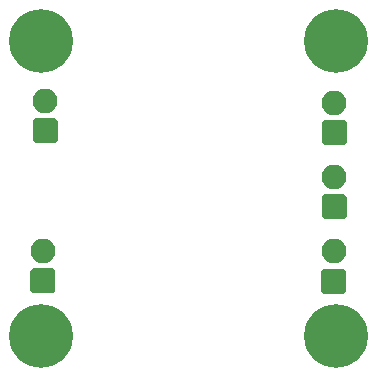
<source format=gbs>
G04 #@! TF.GenerationSoftware,KiCad,Pcbnew,5.99.0+really5.1.10+dfsg1-1*
G04 #@! TF.CreationDate,2022-01-15T17:01:17+02:00*
G04 #@! TF.ProjectId,tia,7469612e-6b69-4636-9164-5f7063625858,rev?*
G04 #@! TF.SameCoordinates,Original*
G04 #@! TF.FileFunction,Soldermask,Bot*
G04 #@! TF.FilePolarity,Negative*
%FSLAX46Y46*%
G04 Gerber Fmt 4.6, Leading zero omitted, Abs format (unit mm)*
G04 Created by KiCad (PCBNEW 5.99.0+really5.1.10+dfsg1-1) date 2022-01-15 17:01:17*
%MOMM*%
%LPD*%
G01*
G04 APERTURE LIST*
%ADD10C,5.400000*%
%ADD11O,2.100000X2.100000*%
G04 APERTURE END LIST*
D10*
X152848360Y-112457280D03*
X127848360Y-112457280D03*
X152848360Y-87457280D03*
X127848360Y-87457280D03*
D11*
X152694640Y-92684600D03*
G36*
G01*
X153744640Y-94374600D02*
X153744640Y-96074600D01*
G75*
G02*
X153544640Y-96274600I-200000J0D01*
G01*
X151844640Y-96274600D01*
G75*
G02*
X151644640Y-96074600I0J200000D01*
G01*
X151644640Y-94374600D01*
G75*
G02*
X151844640Y-94174600I200000J0D01*
G01*
X153544640Y-94174600D01*
G75*
G02*
X153744640Y-94374600I0J-200000D01*
G01*
G37*
X128219200Y-92527120D03*
G36*
G01*
X129269200Y-94217120D02*
X129269200Y-95917120D01*
G75*
G02*
X129069200Y-96117120I-200000J0D01*
G01*
X127369200Y-96117120D01*
G75*
G02*
X127169200Y-95917120I0J200000D01*
G01*
X127169200Y-94217120D01*
G75*
G02*
X127369200Y-94017120I200000J0D01*
G01*
X129069200Y-94017120D01*
G75*
G02*
X129269200Y-94217120I0J-200000D01*
G01*
G37*
X152679400Y-98958400D03*
G36*
G01*
X153729400Y-100648400D02*
X153729400Y-102348400D01*
G75*
G02*
X153529400Y-102548400I-200000J0D01*
G01*
X151829400Y-102548400D01*
G75*
G02*
X151629400Y-102348400I0J200000D01*
G01*
X151629400Y-100648400D01*
G75*
G02*
X151829400Y-100448400I200000J0D01*
G01*
X153529400Y-100448400D01*
G75*
G02*
X153729400Y-100648400I0J-200000D01*
G01*
G37*
X152628600Y-105283000D03*
G36*
G01*
X153678600Y-106973000D02*
X153678600Y-108673000D01*
G75*
G02*
X153478600Y-108873000I-200000J0D01*
G01*
X151778600Y-108873000D01*
G75*
G02*
X151578600Y-108673000I0J200000D01*
G01*
X151578600Y-106973000D01*
G75*
G02*
X151778600Y-106773000I200000J0D01*
G01*
X153478600Y-106773000D01*
G75*
G02*
X153678600Y-106973000I0J-200000D01*
G01*
G37*
X128016000Y-105232200D03*
G36*
G01*
X129066000Y-106922200D02*
X129066000Y-108622200D01*
G75*
G02*
X128866000Y-108822200I-200000J0D01*
G01*
X127166000Y-108822200D01*
G75*
G02*
X126966000Y-108622200I0J200000D01*
G01*
X126966000Y-106922200D01*
G75*
G02*
X127166000Y-106722200I200000J0D01*
G01*
X128866000Y-106722200D01*
G75*
G02*
X129066000Y-106922200I0J-200000D01*
G01*
G37*
M02*

</source>
